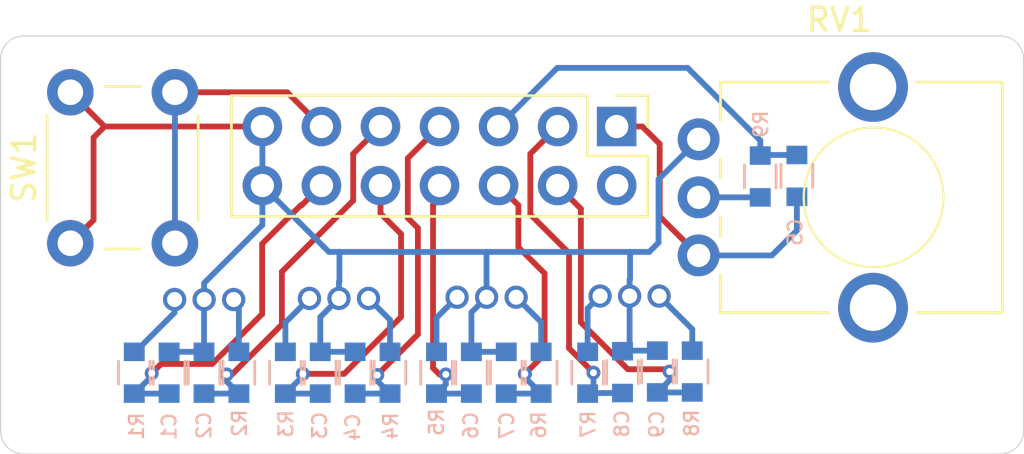
<source format=kicad_pcb>
(kicad_pcb (version 20171130) (host pcbnew "(5.1.2)-2")

  (general
    (thickness 1.6)
    (drawings 8)
    (tracks 155)
    (zones 0)
    (modules 25)
    (nets 23)
  )

  (page A4)
  (layers
    (0 F.Cu signal)
    (31 B.Cu signal)
    (32 B.Adhes user)
    (33 F.Adhes user)
    (34 B.Paste user)
    (35 F.Paste user)
    (36 B.SilkS user)
    (37 F.SilkS user)
    (38 B.Mask user)
    (39 F.Mask user)
    (40 Dwgs.User user)
    (41 Cmts.User user)
    (42 Eco1.User user)
    (43 Eco2.User user)
    (44 Edge.Cuts user)
    (45 Margin user)
    (46 B.CrtYd user hide)
    (47 F.CrtYd user hide)
    (48 B.Fab user hide)
    (49 F.Fab user hide)
  )

  (setup
    (last_trace_width 0.25)
    (user_trace_width 0.2)
    (trace_clearance 0.2)
    (zone_clearance 0.508)
    (zone_45_only no)
    (trace_min 0.2)
    (via_size 0.8)
    (via_drill 0.4)
    (via_min_size 0.6)
    (via_min_drill 0.3)
    (user_via 0.6 0.3)
    (uvia_size 0.3)
    (uvia_drill 0.1)
    (uvias_allowed no)
    (uvia_min_size 0.2)
    (uvia_min_drill 0.1)
    (edge_width 0.05)
    (segment_width 0.2)
    (pcb_text_width 0.3)
    (pcb_text_size 1.5 1.5)
    (mod_edge_width 0.12)
    (mod_text_size 1 1)
    (mod_text_width 0.15)
    (pad_size 1.524 1.524)
    (pad_drill 0.762)
    (pad_to_mask_clearance 0)
    (aux_axis_origin 0 0)
    (visible_elements FFFFEF7F)
    (pcbplotparams
      (layerselection 0x010f0_ffffffff)
      (usegerberextensions false)
      (usegerberattributes false)
      (usegerberadvancedattributes false)
      (creategerberjobfile false)
      (excludeedgelayer true)
      (linewidth 0.100000)
      (plotframeref false)
      (viasonmask false)
      (mode 1)
      (useauxorigin false)
      (hpglpennumber 1)
      (hpglpenspeed 20)
      (hpglpendiameter 15.000000)
      (psnegative false)
      (psa4output false)
      (plotreference false)
      (plotvalue true)
      (plotinvisibletext false)
      (padsonsilk false)
      (subtractmaskfromsilk true)
      (outputformat 1)
      (mirror false)
      (drillshape 0)
      (scaleselection 1)
      (outputdirectory "./Gerbers"))
  )

  (net 0 "")
  (net 1 /A7)
  (net 2 /GND)
  (net 3 /A6)
  (net 4 /A3)
  (net 5 /A5)
  (net 6 /A0)
  (net 7 /3V3)
  (net 8 /A2)
  (net 9 /C15)
  (net 10 /C14)
  (net 11 /A9)
  (net 12 "Net-(J1-Pad1)")
  (net 13 "Net-(J1-Pad3)")
  (net 14 "Net-(J2-Pad1)")
  (net 15 "Net-(J2-Pad3)")
  (net 16 /A10)
  (net 17 /RST)
  (net 18 "Net-(J4-Pad1)")
  (net 19 "Net-(J4-Pad3)")
  (net 20 "Net-(J5-Pad1)")
  (net 21 "Net-(J5-Pad3)")
  (net 22 "Net-(R9-Pad1)")

  (net_class Default "This is the default net class."
    (clearance 0.2)
    (trace_width 0.25)
    (via_dia 0.8)
    (via_drill 0.4)
    (uvia_dia 0.3)
    (uvia_drill 0.1)
    (add_net /3V3)
    (add_net /A0)
    (add_net /A10)
    (add_net /A2)
    (add_net /A3)
    (add_net /A5)
    (add_net /A6)
    (add_net /A7)
    (add_net /A9)
    (add_net /C14)
    (add_net /C15)
    (add_net /GND)
    (add_net /RST)
    (add_net "Net-(J1-Pad1)")
    (add_net "Net-(J1-Pad3)")
    (add_net "Net-(J2-Pad1)")
    (add_net "Net-(J2-Pad3)")
    (add_net "Net-(J4-Pad1)")
    (add_net "Net-(J4-Pad3)")
    (add_net "Net-(J5-Pad1)")
    (add_net "Net-(J5-Pad3)")
    (add_net "Net-(R9-Pad1)")
  )

  (module Pin_Headers:Pin_Header_Straight_1x03_Pitch1.27mm (layer F.Cu) (tedit 5D8694DD) (tstamp 5D8694BB)
    (at 164.325 85.2 270)
    (descr "Through hole straight pin header, 1x03, 1.27mm pitch, single row")
    (tags "Through hole pin header THT 1x03 1.27mm single row")
    (path /5D873A43)
    (fp_text reference J5 (at 0 -1.695 270) (layer F.SilkS) hide
      (effects (font (size 1 1) (thickness 0.15)))
    )
    (fp_text value Controller4 (at 0 4.235 270) (layer F.Fab)
      (effects (font (size 1 1) (thickness 0.15)))
    )
    (fp_line (start -0.525 -0.635) (end 1.05 -0.635) (layer F.Fab) (width 0.1))
    (fp_line (start 1.05 -0.635) (end 1.05 3.175) (layer F.Fab) (width 0.1))
    (fp_line (start 1.05 3.175) (end -1.05 3.175) (layer F.Fab) (width 0.1))
    (fp_line (start -1.05 3.175) (end -1.05 -0.11) (layer F.Fab) (width 0.1))
    (fp_line (start -1.05 -0.11) (end -0.525 -0.635) (layer F.Fab) (width 0.1))
    (fp_line (start -1.55 -1.15) (end -1.55 3.7) (layer F.CrtYd) (width 0.05))
    (fp_line (start -1.55 3.7) (end 1.55 3.7) (layer F.CrtYd) (width 0.05))
    (fp_line (start 1.55 3.7) (end 1.55 -1.15) (layer F.CrtYd) (width 0.05))
    (fp_line (start 1.55 -1.15) (end -1.55 -1.15) (layer F.CrtYd) (width 0.05))
    (fp_text user %R (at 0 1.27) (layer F.Fab)
      (effects (font (size 1 1) (thickness 0.15)))
    )
    (pad 1 thru_hole circle (at 0 0 270) (size 1 1) (drill 0.65) (layers *.Cu *.Mask)
      (net 20 "Net-(J5-Pad1)"))
    (pad 2 thru_hole oval (at 0 1.27 270) (size 1 1) (drill 0.65) (layers *.Cu *.Mask)
      (net 2 /GND))
    (pad 3 thru_hole oval (at 0 2.54 270) (size 1 1) (drill 0.65) (layers *.Cu *.Mask)
      (net 21 "Net-(J5-Pad3)"))
    (model ${KISYS3DMOD}/Pin_Headers.3dshapes/Pin_Header_Straight_1x03_Pitch1.27mm.wrl
      (at (xyz 0 0 0))
      (scale (xyz 1 1 1))
      (rotate (xyz 0 0 0))
    )
  )

  (module Pin_Headers:Pin_Header_Straight_1x03_Pitch1.27mm (layer F.Cu) (tedit 5D8694BD) (tstamp 5D8694B8)
    (at 158.175 85.25 270)
    (descr "Through hole straight pin header, 1x03, 1.27mm pitch, single row")
    (tags "Through hole pin header THT 1x03 1.27mm single row")
    (path /5D87350A)
    (fp_text reference J4 (at 0 -1.695 270) (layer F.SilkS) hide
      (effects (font (size 1 1) (thickness 0.15)))
    )
    (fp_text value Controller3 (at 0 4.235 270) (layer F.Fab)
      (effects (font (size 1 1) (thickness 0.15)))
    )
    (fp_line (start -0.525 -0.635) (end 1.05 -0.635) (layer F.Fab) (width 0.1))
    (fp_line (start 1.05 -0.635) (end 1.05 3.175) (layer F.Fab) (width 0.1))
    (fp_line (start 1.05 3.175) (end -1.05 3.175) (layer F.Fab) (width 0.1))
    (fp_line (start -1.05 3.175) (end -1.05 -0.11) (layer F.Fab) (width 0.1))
    (fp_line (start -1.05 -0.11) (end -0.525 -0.635) (layer F.Fab) (width 0.1))
    (fp_line (start -1.55 -1.15) (end -1.55 3.7) (layer F.CrtYd) (width 0.05))
    (fp_line (start -1.55 3.7) (end 1.55 3.7) (layer F.CrtYd) (width 0.05))
    (fp_line (start 1.55 3.7) (end 1.55 -1.15) (layer F.CrtYd) (width 0.05))
    (fp_line (start 1.55 -1.15) (end -1.55 -1.15) (layer F.CrtYd) (width 0.05))
    (pad 1 thru_hole circle (at 0 0 270) (size 1 1) (drill 0.65) (layers *.Cu *.Mask)
      (net 18 "Net-(J4-Pad1)"))
    (pad 2 thru_hole oval (at 0 1.27 270) (size 1 1) (drill 0.65) (layers *.Cu *.Mask)
      (net 2 /GND))
    (pad 3 thru_hole oval (at 0 2.54 270) (size 1 1) (drill 0.65) (layers *.Cu *.Mask)
      (net 19 "Net-(J4-Pad3)"))
    (model ${KISYS3DMOD}/Pin_Headers.3dshapes/Pin_Header_Straight_1x03_Pitch1.27mm.wrl
      (at (xyz 0 0 0))
      (scale (xyz 1 1 1))
      (rotate (xyz 0 0 0))
    )
  )

  (module Pin_Headers:Pin_Header_Straight_1x03_Pitch1.27mm (layer F.Cu) (tedit 5D8694A0) (tstamp 5D8694B2)
    (at 151.825 85.3 270)
    (descr "Through hole straight pin header, 1x03, 1.27mm pitch, single row")
    (tags "Through hole pin header THT 1x03 1.27mm single row")
    (path /5D872A11)
    (fp_text reference J2 (at 0 -1.695 270) (layer F.SilkS) hide
      (effects (font (size 1 1) (thickness 0.15)))
    )
    (fp_text value Controller2 (at 0 4.235 270) (layer F.Fab)
      (effects (font (size 1 1) (thickness 0.15)))
    )
    (fp_line (start -0.525 -0.635) (end 1.05 -0.635) (layer F.Fab) (width 0.1))
    (fp_line (start 1.05 -0.635) (end 1.05 3.175) (layer F.Fab) (width 0.1))
    (fp_line (start 1.05 3.175) (end -1.05 3.175) (layer F.Fab) (width 0.1))
    (fp_line (start -1.05 3.175) (end -1.05 -0.11) (layer F.Fab) (width 0.1))
    (fp_line (start -1.05 -0.11) (end -0.525 -0.635) (layer F.Fab) (width 0.1))
    (fp_line (start -1.55 -1.15) (end -1.55 3.7) (layer F.CrtYd) (width 0.05))
    (fp_line (start -1.55 3.7) (end 1.55 3.7) (layer F.CrtYd) (width 0.05))
    (fp_line (start 1.55 3.7) (end 1.55 -1.15) (layer F.CrtYd) (width 0.05))
    (fp_line (start 1.55 -1.15) (end -1.55 -1.15) (layer F.CrtYd) (width 0.05))
    (fp_text user %R (at 0 1.27) (layer F.Fab)
      (effects (font (size 1 1) (thickness 0.15)))
    )
    (pad 1 thru_hole circle (at 0 0 270) (size 1 1) (drill 0.65) (layers *.Cu *.Mask)
      (net 14 "Net-(J2-Pad1)"))
    (pad 2 thru_hole oval (at 0 1.27 270) (size 1 1) (drill 0.65) (layers *.Cu *.Mask)
      (net 2 /GND))
    (pad 3 thru_hole oval (at 0 2.54 270) (size 1 1) (drill 0.65) (layers *.Cu *.Mask)
      (net 15 "Net-(J2-Pad3)"))
    (model ${KISYS3DMOD}/Pin_Headers.3dshapes/Pin_Header_Straight_1x03_Pitch1.27mm.wrl
      (at (xyz 0 0 0))
      (scale (xyz 1 1 1))
      (rotate (xyz 0 0 0))
    )
  )

  (module Pin_Headers:Pin_Header_Straight_1x03_Pitch1.27mm (layer F.Cu) (tedit 5D869480) (tstamp 5D8694AF)
    (at 146.025 85.35 270)
    (descr "Through hole straight pin header, 1x03, 1.27mm pitch, single row")
    (tags "Through hole pin header THT 1x03 1.27mm single row")
    (path /5D870D75)
    (fp_text reference J1 (at 0 -1.695 270) (layer F.SilkS) hide
      (effects (font (size 1 1) (thickness 0.15)))
    )
    (fp_text value Controller1 (at 0 4.235 270) (layer F.Fab)
      (effects (font (size 1 1) (thickness 0.15)))
    )
    (fp_line (start -0.525 -0.635) (end 1.05 -0.635) (layer F.Fab) (width 0.1))
    (fp_line (start 1.05 -0.635) (end 1.05 3.175) (layer F.Fab) (width 0.1))
    (fp_line (start 1.05 3.175) (end -1.05 3.175) (layer F.Fab) (width 0.1))
    (fp_line (start -1.05 3.175) (end -1.05 -0.11) (layer F.Fab) (width 0.1))
    (fp_line (start -1.05 -0.11) (end -0.525 -0.635) (layer F.Fab) (width 0.1))
    (fp_line (start -1.55 -1.15) (end -1.55 3.7) (layer F.CrtYd) (width 0.05))
    (fp_line (start -1.55 3.7) (end 1.55 3.7) (layer F.CrtYd) (width 0.05))
    (fp_line (start 1.55 3.7) (end 1.55 -1.15) (layer F.CrtYd) (width 0.05))
    (fp_line (start 1.55 -1.15) (end -1.55 -1.15) (layer F.CrtYd) (width 0.05))
    (fp_text user %R (at 0 1.27) (layer F.Fab)
      (effects (font (size 1 1) (thickness 0.15)))
    )
    (pad 1 thru_hole circle (at 0 0 270) (size 1 1) (drill 0.65) (layers *.Cu *.Mask)
      (net 12 "Net-(J1-Pad1)"))
    (pad 2 thru_hole oval (at 0 1.27 270) (size 1 1) (drill 0.65) (layers *.Cu *.Mask)
      (net 2 /GND))
    (pad 3 thru_hole oval (at 0 2.54 270) (size 1 1) (drill 0.65) (layers *.Cu *.Mask)
      (net 13 "Net-(J1-Pad3)"))
    (model ${KISYS3DMOD}/Pin_Headers.3dshapes/Pin_Header_Straight_1x03_Pitch1.27mm.wrl
      (at (xyz 0 0 0))
      (scale (xyz 1 1 1))
      (rotate (xyz 0 0 0))
    )
  )

  (module UserLibrary:R_0603_HandSoldering2 (layer B.Cu) (tedit 5A749E12) (tstamp 5D86A072)
    (at 168.675 80.05 90)
    (descr "Resistor SMD 0603, hand soldering")
    (tags "resistor 0603")
    (path /5D8A0057)
    (attr smd)
    (fp_text reference R9 (at 2.25 0.025 270) (layer B.SilkS)
      (effects (font (size 0.6 0.6) (thickness 0.1)) (justify mirror))
    )
    (fp_text value 1K (at 0 -1.55 270) (layer B.Fab) hide
      (effects (font (size 1 1) (thickness 0.15)) (justify mirror))
    )
    (fp_line (start 1.55 -0.7) (end -1.55 -0.7) (layer B.CrtYd) (width 0.05))
    (fp_line (start 1.55 -0.7) (end 1.55 0.7) (layer B.CrtYd) (width 0.05))
    (fp_line (start -1.56 0.7) (end -1.56 -0.7) (layer B.CrtYd) (width 0.05))
    (fp_line (start -1.55 0.7) (end 1.55 0.7) (layer B.CrtYd) (width 0.05))
    (fp_line (start -0.5 0.68) (end 0.5 0.68) (layer B.SilkS) (width 0.12))
    (fp_line (start 0.5 -0.68) (end -0.5 -0.68) (layer B.SilkS) (width 0.12))
    (fp_line (start -0.8 0.4) (end 0.8 0.4) (layer B.Fab) (width 0.1))
    (fp_line (start 0.8 0.4) (end 0.8 -0.4) (layer B.Fab) (width 0.1))
    (fp_line (start 0.8 -0.4) (end -0.8 -0.4) (layer B.Fab) (width 0.1))
    (fp_line (start -0.8 -0.4) (end -0.8 0.4) (layer B.Fab) (width 0.1))
    (fp_text user %R (at 0 0 270) (layer B.Fab)
      (effects (font (size 0.4 0.4) (thickness 0.075)) (justify mirror))
    )
    (pad 2 smd rect (at 0.9 0 90) (size 0.8 0.9) (layers B.Cu B.Paste B.Mask)
      (net 6 /A0))
    (pad 1 smd rect (at -0.9 0 90) (size 0.8 0.9) (layers B.Cu B.Paste B.Mask)
      (net 22 "Net-(R9-Pad1)"))
    (model ${KISYS3DMOD}/Resistors_SMD.3dshapes/R_0603.wrl
      (at (xyz 0 0 0))
      (scale (xyz 1 1 1))
      (rotate (xyz 0 0 0))
    )
  )

  (module Buttons_Switches_THT:SW_PUSH_6mm (layer F.Cu) (tedit 5923F252) (tstamp 5D869562)
    (at 139 82.925 90)
    (descr https://www.omron.com/ecb/products/pdf/en-b3f.pdf)
    (tags "tact sw push 6mm")
    (path /5D8766F2)
    (fp_text reference SW1 (at 3.25 -2 90) (layer F.SilkS)
      (effects (font (size 1 1) (thickness 0.15)))
    )
    (fp_text value Reset (at 3.75 6.7 90) (layer F.Fab)
      (effects (font (size 1 1) (thickness 0.15)))
    )
    (fp_text user %R (at 3.25 2.25 90) (layer F.Fab)
      (effects (font (size 1 1) (thickness 0.15)))
    )
    (fp_line (start 3.25 -0.75) (end 6.25 -0.75) (layer F.Fab) (width 0.1))
    (fp_line (start 6.25 -0.75) (end 6.25 5.25) (layer F.Fab) (width 0.1))
    (fp_line (start 6.25 5.25) (end 0.25 5.25) (layer F.Fab) (width 0.1))
    (fp_line (start 0.25 5.25) (end 0.25 -0.75) (layer F.Fab) (width 0.1))
    (fp_line (start 0.25 -0.75) (end 3.25 -0.75) (layer F.Fab) (width 0.1))
    (fp_line (start 7.75 6) (end 8 6) (layer F.CrtYd) (width 0.05))
    (fp_line (start 8 6) (end 8 5.75) (layer F.CrtYd) (width 0.05))
    (fp_line (start 7.75 -1.5) (end 8 -1.5) (layer F.CrtYd) (width 0.05))
    (fp_line (start 8 -1.5) (end 8 -1.25) (layer F.CrtYd) (width 0.05))
    (fp_line (start -1.5 -1.25) (end -1.5 -1.5) (layer F.CrtYd) (width 0.05))
    (fp_line (start -1.5 -1.5) (end -1.25 -1.5) (layer F.CrtYd) (width 0.05))
    (fp_line (start -1.5 5.75) (end -1.5 6) (layer F.CrtYd) (width 0.05))
    (fp_line (start -1.5 6) (end -1.25 6) (layer F.CrtYd) (width 0.05))
    (fp_line (start -1.25 -1.5) (end 7.75 -1.5) (layer F.CrtYd) (width 0.05))
    (fp_line (start -1.5 5.75) (end -1.5 -1.25) (layer F.CrtYd) (width 0.05))
    (fp_line (start 7.75 6) (end -1.25 6) (layer F.CrtYd) (width 0.05))
    (fp_line (start 8 -1.25) (end 8 5.75) (layer F.CrtYd) (width 0.05))
    (fp_line (start 1 5.5) (end 5.5 5.5) (layer F.SilkS) (width 0.12))
    (fp_line (start -0.25 1.5) (end -0.25 3) (layer F.SilkS) (width 0.12))
    (fp_line (start 5.5 -1) (end 1 -1) (layer F.SilkS) (width 0.12))
    (fp_line (start 6.75 3) (end 6.75 1.5) (layer F.SilkS) (width 0.12))
    (fp_circle (center 3.25 2.25) (end 1.25 2.5) (layer F.Fab) (width 0.1))
    (pad 2 thru_hole circle (at 0 4.5 180) (size 2 2) (drill 1.1) (layers *.Cu *.Mask)
      (net 17 /RST))
    (pad 1 thru_hole circle (at 0 0 180) (size 2 2) (drill 1.1) (layers *.Cu *.Mask)
      (net 2 /GND))
    (pad 2 thru_hole circle (at 6.5 4.5 180) (size 2 2) (drill 1.1) (layers *.Cu *.Mask)
      (net 17 /RST))
    (pad 1 thru_hole circle (at 6.5 0 180) (size 2 2) (drill 1.1) (layers *.Cu *.Mask)
      (net 2 /GND))
    (model ${KISYS3DMOD}/Buttons_Switches_THT.3dshapes/SW_PUSH_6mm.wrl
      (offset (xyz 0.1269999980926514 0 0))
      (scale (xyz 0.3937 0.3937 0.3937))
      (rotate (xyz 0 0 0))
    )
  )

  (module UserLibrary:Potentiometer_RV09_Vertical (layer F.Cu) (tedit 5D86921C) (tstamp 5D86955F)
    (at 173.525 80.95)
    (descr "Potentiometer, horizontally mounted, Omeg PC16PU, Omeg PC16PU, Omeg PC16PU, Vishay/Spectrol 248GJ/249GJ Single, Vishay/Spectrol 248GJ/249GJ Single, Vishay/Spectrol 248GJ/249GJ Single, Vishay/Spectrol 248GH/249GH Single, Vishay/Spectrol 148/149 Single, Vishay/Spectrol 148/149 Single, Vishay/Spectrol 148/149 Single, Vishay/Spectrol 148A/149A Single with mounting plates, Vishay/Spectrol 148/149 Double, Vishay/Spectrol 148A/149A Double with mounting plates, Piher PC-16 Single, Piher PC-16 Single, Piher PC-16 Single, Piher PC-16SV Single, Piher PC-16 Double, Piher PC-16 Triple, Piher T16H Single, Piher T16L Single, Piher T16H Double, Alps RK163 Single, Alps RK163 Double, Alps RK097 Single, Alps RK097 Double, Bourns PTV09A-2 Single with mounting sleve Single, Bourns PTV09A-1 with mounting sleve Single, Bourns PRS11S Single, Alps RK09K Single with mounting sleve Single, Alps RK09K with mounting sleve Single, http://www.alps.com/prod/info/E/HTML/Potentiometer/RotaryPotentiometers/RK09K/RK09D1130C1B.html")
    (tags "Potentiometer horizontal  Omeg PC16PU  Omeg PC16PU  Omeg PC16PU  Vishay/Spectrol 248GJ/249GJ Single  Vishay/Spectrol 248GJ/249GJ Single  Vishay/Spectrol 248GJ/249GJ Single  Vishay/Spectrol 248GH/249GH Single  Vishay/Spectrol 148/149 Single  Vishay/Spectrol 148/149 Single  Vishay/Spectrol 148/149 Single  Vishay/Spectrol 148A/149A Single with mounting plates  Vishay/Spectrol 148/149 Double  Vishay/Spectrol 148A/149A Double with mounting plates  Piher PC-16 Single  Piher PC-16 Single  Piher PC-16 Single  Piher PC-16SV Single  Piher PC-16 Double  Piher PC-16 Triple  Piher T16H Single  Piher T16L Single  Piher T16H Double  Alps RK163 Single  Alps RK163 Double  Alps RK097 Single  Alps RK097 Double  Bourns PTV09A-2 Single with mounting sleve Single  Bourns PTV09A-1 with mounting sleve Single  Bourns PRS11S Single  Alps RK09K Single with mounting sleve Single  Alps RK09K with mounting sleve Single")
    (path /5D878130)
    (fp_text reference RV1 (at -1.45 -7.65) (layer F.SilkS)
      (effects (font (size 1 1) (thickness 0.15)))
    )
    (fp_text value POT (at -1.45 7.65) (layer F.Fab)
      (effects (font (size 1 1) (thickness 0.15)))
    )
    (fp_circle (center 0.025 0) (end 2.45 1.775) (layer F.SilkS) (width 0.1))
    (fp_line (start 5.75 -6.65) (end -8.65 -6.65) (layer F.CrtYd) (width 0.05))
    (fp_line (start 5.75 6.65) (end 5.75 -6.65) (layer F.CrtYd) (width 0.05))
    (fp_line (start -8.65 6.65) (end 5.75 6.65) (layer F.CrtYd) (width 0.05))
    (fp_line (start -8.65 -6.65) (end -8.65 6.65) (layer F.CrtYd) (width 0.05))
    (fp_line (start 5.56 -4.961) (end 5.56 4.96) (layer F.SilkS) (width 0.12))
    (fp_line (start -6.56 3.325) (end -6.56 4.96) (layer F.SilkS) (width 0.12))
    (fp_line (start -6.56 0.825) (end -6.56 1.675) (layer F.SilkS) (width 0.12))
    (fp_line (start -6.56 -1.675) (end -6.56 -0.825) (layer F.SilkS) (width 0.12))
    (fp_line (start -6.56 -4.961) (end -6.56 -3.325) (layer F.SilkS) (width 0.12))
    (fp_line (start 1.875 4.96) (end 5.56 4.96) (layer F.SilkS) (width 0.12))
    (fp_line (start -6.56 4.96) (end -1.9 4.96) (layer F.SilkS) (width 0.12))
    (fp_line (start 1.85 -4.961) (end 5.56 -4.961) (layer F.SilkS) (width 0.12))
    (fp_line (start -6.56 -4.961) (end -1.9 -4.961) (layer F.SilkS) (width 0.12))
    (fp_line (start 5.5 -4.9) (end -6.5 -4.9) (layer F.Fab) (width 0.1))
    (fp_line (start 5.5 4.9) (end 5.5 -4.9) (layer F.Fab) (width 0.1))
    (fp_line (start -6.5 4.9) (end 5.5 4.9) (layer F.Fab) (width 0.1))
    (fp_line (start -6.5 -4.9) (end -6.5 4.9) (layer F.Fab) (width 0.1))
    (fp_circle (center 0 0) (end 3.175 -0.05) (layer F.Fab) (width 0.1))
    (pad "" thru_hole circle (at 0 4.75) (size 3 3) (drill 2) (layers *.Cu *.Mask))
    (pad "" thru_hole circle (at 0 -4.75) (size 3 3) (drill 2) (layers *.Cu *.Mask))
    (pad 1 thru_hole circle (at -7.5 2.5) (size 1.8 1.8) (drill 1) (layers *.Cu *.Mask)
      (net 7 /3V3))
    (pad 2 thru_hole circle (at -7.5 0) (size 1.8 1.8) (drill 1) (layers *.Cu *.Mask)
      (net 22 "Net-(R9-Pad1)"))
    (pad 3 thru_hole circle (at -7.5 -2.5) (size 1.8 1.8) (drill 1) (layers *.Cu *.Mask)
      (net 2 /GND))
    (model Potentiometers.3dshapes/Potentiometer_Alps_RK09K_Horizontal.wrl
      (at (xyz 0 0 0))
      (scale (xyz 0.393701 0.393701 0.393701))
      (rotate (xyz 0 0 0))
    )
  )

  (module UserLibrary:R_0603_HandSoldering2 (layer B.Cu) (tedit 5A749E12) (tstamp 5D869543)
    (at 165.75 88.45 90)
    (descr "Resistor SMD 0603, hand soldering")
    (tags "resistor 0603")
    (path /5D893101)
    (attr smd)
    (fp_text reference R8 (at -2.225 -0.025 270) (layer B.SilkS)
      (effects (font (size 0.6 0.6) (thickness 0.1)) (justify mirror))
    )
    (fp_text value 1K (at 0 -1.55 270) (layer B.Fab) hide
      (effects (font (size 1 1) (thickness 0.15)) (justify mirror))
    )
    (fp_line (start 1.55 -0.7) (end -1.55 -0.7) (layer B.CrtYd) (width 0.05))
    (fp_line (start 1.55 -0.7) (end 1.55 0.7) (layer B.CrtYd) (width 0.05))
    (fp_line (start -1.56 0.7) (end -1.56 -0.7) (layer B.CrtYd) (width 0.05))
    (fp_line (start -1.55 0.7) (end 1.55 0.7) (layer B.CrtYd) (width 0.05))
    (fp_line (start -0.5 0.68) (end 0.5 0.68) (layer B.SilkS) (width 0.12))
    (fp_line (start 0.5 -0.68) (end -0.5 -0.68) (layer B.SilkS) (width 0.12))
    (fp_line (start -0.8 0.4) (end 0.8 0.4) (layer B.Fab) (width 0.1))
    (fp_line (start 0.8 0.4) (end 0.8 -0.4) (layer B.Fab) (width 0.1))
    (fp_line (start 0.8 -0.4) (end -0.8 -0.4) (layer B.Fab) (width 0.1))
    (fp_line (start -0.8 -0.4) (end -0.8 0.4) (layer B.Fab) (width 0.1))
    (fp_text user %R (at 0 0 270) (layer B.Fab)
      (effects (font (size 0.4 0.4) (thickness 0.075)) (justify mirror))
    )
    (pad 2 smd rect (at 0.9 0 90) (size 0.8 0.9) (layers B.Cu B.Paste B.Mask)
      (net 20 "Net-(J5-Pad1)"))
    (pad 1 smd rect (at -0.9 0 90) (size 0.8 0.9) (layers B.Cu B.Paste B.Mask)
      (net 11 /A9))
    (model ${KISYS3DMOD}/Resistors_SMD.3dshapes/R_0603.wrl
      (at (xyz 0 0 0))
      (scale (xyz 1 1 1))
      (rotate (xyz 0 0 0))
    )
  )

  (module UserLibrary:R_0603_HandSoldering2 (layer B.Cu) (tedit 5A749E12) (tstamp 5D869532)
    (at 161.25 88.5 270)
    (descr "Resistor SMD 0603, hand soldering")
    (tags "resistor 0603")
    (path /5D8930EC)
    (attr smd)
    (fp_text reference R7 (at 2.225 -0.025 270) (layer B.SilkS)
      (effects (font (size 0.6 0.6) (thickness 0.1)) (justify mirror))
    )
    (fp_text value 1K (at 0 -1.55 270) (layer B.Fab) hide
      (effects (font (size 1 1) (thickness 0.15)) (justify mirror))
    )
    (fp_line (start 1.55 -0.7) (end -1.55 -0.7) (layer B.CrtYd) (width 0.05))
    (fp_line (start 1.55 -0.7) (end 1.55 0.7) (layer B.CrtYd) (width 0.05))
    (fp_line (start -1.56 0.7) (end -1.56 -0.7) (layer B.CrtYd) (width 0.05))
    (fp_line (start -1.55 0.7) (end 1.55 0.7) (layer B.CrtYd) (width 0.05))
    (fp_line (start -0.5 0.68) (end 0.5 0.68) (layer B.SilkS) (width 0.12))
    (fp_line (start 0.5 -0.68) (end -0.5 -0.68) (layer B.SilkS) (width 0.12))
    (fp_line (start -0.8 0.4) (end 0.8 0.4) (layer B.Fab) (width 0.1))
    (fp_line (start 0.8 0.4) (end 0.8 -0.4) (layer B.Fab) (width 0.1))
    (fp_line (start 0.8 -0.4) (end -0.8 -0.4) (layer B.Fab) (width 0.1))
    (fp_line (start -0.8 -0.4) (end -0.8 0.4) (layer B.Fab) (width 0.1))
    (fp_text user %R (at 0 0 270) (layer B.Fab)
      (effects (font (size 0.4 0.4) (thickness 0.075)) (justify mirror))
    )
    (pad 2 smd rect (at 0.9 0 270) (size 0.8 0.9) (layers B.Cu B.Paste B.Mask)
      (net 10 /C14))
    (pad 1 smd rect (at -0.9 0 270) (size 0.8 0.9) (layers B.Cu B.Paste B.Mask)
      (net 21 "Net-(J5-Pad3)"))
    (model ${KISYS3DMOD}/Resistors_SMD.3dshapes/R_0603.wrl
      (at (xyz 0 0 0))
      (scale (xyz 1 1 1))
      (rotate (xyz 0 0 0))
    )
  )

  (module UserLibrary:R_0603_HandSoldering2 (layer B.Cu) (tedit 5A749E12) (tstamp 5D869521)
    (at 159.25 88.5 90)
    (descr "Resistor SMD 0603, hand soldering")
    (tags "resistor 0603")
    (path /5D890E87)
    (attr smd)
    (fp_text reference R6 (at -2.25 -0.1 270) (layer B.SilkS)
      (effects (font (size 0.6 0.6) (thickness 0.1)) (justify mirror))
    )
    (fp_text value 1K (at 0 -1.55 270) (layer B.Fab) hide
      (effects (font (size 1 1) (thickness 0.15)) (justify mirror))
    )
    (fp_line (start 1.55 -0.7) (end -1.55 -0.7) (layer B.CrtYd) (width 0.05))
    (fp_line (start 1.55 -0.7) (end 1.55 0.7) (layer B.CrtYd) (width 0.05))
    (fp_line (start -1.56 0.7) (end -1.56 -0.7) (layer B.CrtYd) (width 0.05))
    (fp_line (start -1.55 0.7) (end 1.55 0.7) (layer B.CrtYd) (width 0.05))
    (fp_line (start -0.5 0.68) (end 0.5 0.68) (layer B.SilkS) (width 0.12))
    (fp_line (start 0.5 -0.68) (end -0.5 -0.68) (layer B.SilkS) (width 0.12))
    (fp_line (start -0.8 0.4) (end 0.8 0.4) (layer B.Fab) (width 0.1))
    (fp_line (start 0.8 0.4) (end 0.8 -0.4) (layer B.Fab) (width 0.1))
    (fp_line (start 0.8 -0.4) (end -0.8 -0.4) (layer B.Fab) (width 0.1))
    (fp_line (start -0.8 -0.4) (end -0.8 0.4) (layer B.Fab) (width 0.1))
    (fp_text user %R (at 0 0 270) (layer B.Fab)
      (effects (font (size 0.4 0.4) (thickness 0.075)) (justify mirror))
    )
    (pad 2 smd rect (at 0.9 0 90) (size 0.8 0.9) (layers B.Cu B.Paste B.Mask)
      (net 18 "Net-(J4-Pad1)"))
    (pad 1 smd rect (at -0.9 0 90) (size 0.8 0.9) (layers B.Cu B.Paste B.Mask)
      (net 9 /C15))
    (model ${KISYS3DMOD}/Resistors_SMD.3dshapes/R_0603.wrl
      (at (xyz 0 0 0))
      (scale (xyz 1 1 1))
      (rotate (xyz 0 0 0))
    )
  )

  (module UserLibrary:R_0603_HandSoldering2 (layer B.Cu) (tedit 5A749E12) (tstamp 5D869510)
    (at 154.75 88.5 270)
    (descr "Resistor SMD 0603, hand soldering")
    (tags "resistor 0603")
    (path /5D890E72)
    (attr smd)
    (fp_text reference R5 (at 2.125 0 270) (layer B.SilkS)
      (effects (font (size 0.6 0.6) (thickness 0.1)) (justify mirror))
    )
    (fp_text value 1K (at 0 -1.55 270) (layer B.Fab) hide
      (effects (font (size 1 1) (thickness 0.15)) (justify mirror))
    )
    (fp_line (start 1.55 -0.7) (end -1.55 -0.7) (layer B.CrtYd) (width 0.05))
    (fp_line (start 1.55 -0.7) (end 1.55 0.7) (layer B.CrtYd) (width 0.05))
    (fp_line (start -1.56 0.7) (end -1.56 -0.7) (layer B.CrtYd) (width 0.05))
    (fp_line (start -1.55 0.7) (end 1.55 0.7) (layer B.CrtYd) (width 0.05))
    (fp_line (start -0.5 0.68) (end 0.5 0.68) (layer B.SilkS) (width 0.12))
    (fp_line (start 0.5 -0.68) (end -0.5 -0.68) (layer B.SilkS) (width 0.12))
    (fp_line (start -0.8 0.4) (end 0.8 0.4) (layer B.Fab) (width 0.1))
    (fp_line (start 0.8 0.4) (end 0.8 -0.4) (layer B.Fab) (width 0.1))
    (fp_line (start 0.8 -0.4) (end -0.8 -0.4) (layer B.Fab) (width 0.1))
    (fp_line (start -0.8 -0.4) (end -0.8 0.4) (layer B.Fab) (width 0.1))
    (fp_text user %R (at 0 0 270) (layer B.Fab)
      (effects (font (size 0.4 0.4) (thickness 0.075)) (justify mirror))
    )
    (pad 2 smd rect (at 0.9 0 270) (size 0.8 0.9) (layers B.Cu B.Paste B.Mask)
      (net 8 /A2))
    (pad 1 smd rect (at -0.9 0 270) (size 0.8 0.9) (layers B.Cu B.Paste B.Mask)
      (net 19 "Net-(J4-Pad3)"))
    (model ${KISYS3DMOD}/Resistors_SMD.3dshapes/R_0603.wrl
      (at (xyz 0 0 0))
      (scale (xyz 1 1 1))
      (rotate (xyz 0 0 0))
    )
  )

  (module UserLibrary:R_0603_HandSoldering2 (layer B.Cu) (tedit 5A749E12) (tstamp 5D8694FF)
    (at 152.75 88.5 90)
    (descr "Resistor SMD 0603, hand soldering")
    (tags "resistor 0603")
    (path /5D88BE66)
    (attr smd)
    (fp_text reference R4 (at -2.3 0.025 270) (layer B.SilkS)
      (effects (font (size 0.6 0.6) (thickness 0.1)) (justify mirror))
    )
    (fp_text value 1K (at 0 -1.55 270) (layer B.Fab) hide
      (effects (font (size 1 1) (thickness 0.15)) (justify mirror))
    )
    (fp_line (start 1.55 -0.7) (end -1.55 -0.7) (layer B.CrtYd) (width 0.05))
    (fp_line (start 1.55 -0.7) (end 1.55 0.7) (layer B.CrtYd) (width 0.05))
    (fp_line (start -1.56 0.7) (end -1.56 -0.7) (layer B.CrtYd) (width 0.05))
    (fp_line (start -1.55 0.7) (end 1.55 0.7) (layer B.CrtYd) (width 0.05))
    (fp_line (start -0.5 0.68) (end 0.5 0.68) (layer B.SilkS) (width 0.12))
    (fp_line (start 0.5 -0.68) (end -0.5 -0.68) (layer B.SilkS) (width 0.12))
    (fp_line (start -0.8 0.4) (end 0.8 0.4) (layer B.Fab) (width 0.1))
    (fp_line (start 0.8 0.4) (end 0.8 -0.4) (layer B.Fab) (width 0.1))
    (fp_line (start 0.8 -0.4) (end -0.8 -0.4) (layer B.Fab) (width 0.1))
    (fp_line (start -0.8 -0.4) (end -0.8 0.4) (layer B.Fab) (width 0.1))
    (fp_text user %R (at 0 0 270) (layer B.Fab)
      (effects (font (size 0.4 0.4) (thickness 0.075)) (justify mirror))
    )
    (pad 2 smd rect (at 0.9 0 90) (size 0.8 0.9) (layers B.Cu B.Paste B.Mask)
      (net 14 "Net-(J2-Pad1)"))
    (pad 1 smd rect (at -0.9 0 90) (size 0.8 0.9) (layers B.Cu B.Paste B.Mask)
      (net 4 /A3))
    (model ${KISYS3DMOD}/Resistors_SMD.3dshapes/R_0603.wrl
      (at (xyz 0 0 0))
      (scale (xyz 1 1 1))
      (rotate (xyz 0 0 0))
    )
  )

  (module UserLibrary:R_0603_HandSoldering2 (layer B.Cu) (tedit 5A749E12) (tstamp 5D8694EE)
    (at 148.25 88.5 270)
    (descr "Resistor SMD 0603, hand soldering")
    (tags "resistor 0603")
    (path /5D88BE51)
    (attr smd)
    (fp_text reference R3 (at 2.2 -0.025 270) (layer B.SilkS)
      (effects (font (size 0.6 0.6) (thickness 0.1)) (justify mirror))
    )
    (fp_text value 1K (at 0 -1.55 270) (layer B.Fab) hide
      (effects (font (size 1 1) (thickness 0.15)) (justify mirror))
    )
    (fp_line (start 1.55 -0.7) (end -1.55 -0.7) (layer B.CrtYd) (width 0.05))
    (fp_line (start 1.55 -0.7) (end 1.55 0.7) (layer B.CrtYd) (width 0.05))
    (fp_line (start -1.56 0.7) (end -1.56 -0.7) (layer B.CrtYd) (width 0.05))
    (fp_line (start -1.55 0.7) (end 1.55 0.7) (layer B.CrtYd) (width 0.05))
    (fp_line (start -0.5 0.68) (end 0.5 0.68) (layer B.SilkS) (width 0.12))
    (fp_line (start 0.5 -0.68) (end -0.5 -0.68) (layer B.SilkS) (width 0.12))
    (fp_line (start -0.8 0.4) (end 0.8 0.4) (layer B.Fab) (width 0.1))
    (fp_line (start 0.8 0.4) (end 0.8 -0.4) (layer B.Fab) (width 0.1))
    (fp_line (start 0.8 -0.4) (end -0.8 -0.4) (layer B.Fab) (width 0.1))
    (fp_line (start -0.8 -0.4) (end -0.8 0.4) (layer B.Fab) (width 0.1))
    (fp_text user %R (at 0 0 270) (layer B.Fab)
      (effects (font (size 0.4 0.4) (thickness 0.075)) (justify mirror))
    )
    (pad 2 smd rect (at 0.9 0 270) (size 0.8 0.9) (layers B.Cu B.Paste B.Mask)
      (net 5 /A5))
    (pad 1 smd rect (at -0.9 0 270) (size 0.8 0.9) (layers B.Cu B.Paste B.Mask)
      (net 15 "Net-(J2-Pad3)"))
    (model ${KISYS3DMOD}/Resistors_SMD.3dshapes/R_0603.wrl
      (at (xyz 0 0 0))
      (scale (xyz 1 1 1))
      (rotate (xyz 0 0 0))
    )
  )

  (module UserLibrary:R_0603_HandSoldering2 (layer B.Cu) (tedit 5A749E12) (tstamp 5D8694DD)
    (at 146.25 88.5 90)
    (descr "Resistor SMD 0603, hand soldering")
    (tags "resistor 0603")
    (path /5D87EE5A)
    (attr smd)
    (fp_text reference R2 (at -2.175 0.025 270) (layer B.SilkS)
      (effects (font (size 0.6 0.6) (thickness 0.1)) (justify mirror))
    )
    (fp_text value 1K (at 0 -1.55 270) (layer B.Fab) hide
      (effects (font (size 1 1) (thickness 0.15)) (justify mirror))
    )
    (fp_line (start 1.55 -0.7) (end -1.55 -0.7) (layer B.CrtYd) (width 0.05))
    (fp_line (start 1.55 -0.7) (end 1.55 0.7) (layer B.CrtYd) (width 0.05))
    (fp_line (start -1.56 0.7) (end -1.56 -0.7) (layer B.CrtYd) (width 0.05))
    (fp_line (start -1.55 0.7) (end 1.55 0.7) (layer B.CrtYd) (width 0.05))
    (fp_line (start -0.5 0.68) (end 0.5 0.68) (layer B.SilkS) (width 0.12))
    (fp_line (start 0.5 -0.68) (end -0.5 -0.68) (layer B.SilkS) (width 0.12))
    (fp_line (start -0.8 0.4) (end 0.8 0.4) (layer B.Fab) (width 0.1))
    (fp_line (start 0.8 0.4) (end 0.8 -0.4) (layer B.Fab) (width 0.1))
    (fp_line (start 0.8 -0.4) (end -0.8 -0.4) (layer B.Fab) (width 0.1))
    (fp_line (start -0.8 -0.4) (end -0.8 0.4) (layer B.Fab) (width 0.1))
    (fp_text user %R (at 0 0 270) (layer B.Fab)
      (effects (font (size 0.4 0.4) (thickness 0.075)) (justify mirror))
    )
    (pad 2 smd rect (at 0.9 0 90) (size 0.8 0.9) (layers B.Cu B.Paste B.Mask)
      (net 12 "Net-(J1-Pad1)"))
    (pad 1 smd rect (at -0.9 0 90) (size 0.8 0.9) (layers B.Cu B.Paste B.Mask)
      (net 3 /A6))
    (model ${KISYS3DMOD}/Resistors_SMD.3dshapes/R_0603.wrl
      (at (xyz 0 0 0))
      (scale (xyz 1 1 1))
      (rotate (xyz 0 0 0))
    )
  )

  (module UserLibrary:R_0603_HandSoldering2 (layer B.Cu) (tedit 5A749E12) (tstamp 5D8694CC)
    (at 141.75 88.5 270)
    (descr "Resistor SMD 0603, hand soldering")
    (tags "resistor 0603")
    (path /5D87BFA0)
    (attr smd)
    (fp_text reference R1 (at 2.3 -0.1 270) (layer B.SilkS)
      (effects (font (size 0.6 0.6) (thickness 0.1)) (justify mirror))
    )
    (fp_text value 1K (at 0 -1.55 270) (layer B.Fab) hide
      (effects (font (size 1 1) (thickness 0.15)) (justify mirror))
    )
    (fp_line (start 1.55 -0.7) (end -1.55 -0.7) (layer B.CrtYd) (width 0.05))
    (fp_line (start 1.55 -0.7) (end 1.55 0.7) (layer B.CrtYd) (width 0.05))
    (fp_line (start -1.56 0.7) (end -1.56 -0.7) (layer B.CrtYd) (width 0.05))
    (fp_line (start -1.55 0.7) (end 1.55 0.7) (layer B.CrtYd) (width 0.05))
    (fp_line (start -0.5 0.68) (end 0.5 0.68) (layer B.SilkS) (width 0.12))
    (fp_line (start 0.5 -0.68) (end -0.5 -0.68) (layer B.SilkS) (width 0.12))
    (fp_line (start -0.8 0.4) (end 0.8 0.4) (layer B.Fab) (width 0.1))
    (fp_line (start 0.8 0.4) (end 0.8 -0.4) (layer B.Fab) (width 0.1))
    (fp_line (start 0.8 -0.4) (end -0.8 -0.4) (layer B.Fab) (width 0.1))
    (fp_line (start -0.8 -0.4) (end -0.8 0.4) (layer B.Fab) (width 0.1))
    (fp_text user %R (at 0 0 270) (layer B.Fab)
      (effects (font (size 0.4 0.4) (thickness 0.075)) (justify mirror))
    )
    (pad 2 smd rect (at 0.9 0 270) (size 0.8 0.9) (layers B.Cu B.Paste B.Mask)
      (net 1 /A7))
    (pad 1 smd rect (at -0.9 0 270) (size 0.8 0.9) (layers B.Cu B.Paste B.Mask)
      (net 13 "Net-(J1-Pad3)"))
    (model ${KISYS3DMOD}/Resistors_SMD.3dshapes/R_0603.wrl
      (at (xyz 0 0 0))
      (scale (xyz 1 1 1))
      (rotate (xyz 0 0 0))
    )
  )

  (module Pin_Headers:Pin_Header_Straight_2x07_Pitch2.54mm (layer F.Cu) (tedit 59650532) (tstamp 5D8694B5)
    (at 162.5 77.9 270)
    (descr "Through hole straight pin header, 2x07, 2.54mm pitch, double rows")
    (tags "Through hole pin header THT 2x07 2.54mm double row")
    (path /5D86EC72)
    (fp_text reference J3 (at 1.27 -2.33 90) (layer F.SilkS) hide
      (effects (font (size 1 1) (thickness 0.15)))
    )
    (fp_text value Header (at 1.27 17.57 90) (layer F.Fab)
      (effects (font (size 1 1) (thickness 0.15)))
    )
    (fp_line (start 0 -1.27) (end 3.81 -1.27) (layer F.Fab) (width 0.1))
    (fp_line (start 3.81 -1.27) (end 3.81 16.51) (layer F.Fab) (width 0.1))
    (fp_line (start 3.81 16.51) (end -1.27 16.51) (layer F.Fab) (width 0.1))
    (fp_line (start -1.27 16.51) (end -1.27 0) (layer F.Fab) (width 0.1))
    (fp_line (start -1.27 0) (end 0 -1.27) (layer F.Fab) (width 0.1))
    (fp_line (start -1.33 16.57) (end 3.87 16.57) (layer F.SilkS) (width 0.12))
    (fp_line (start -1.33 1.27) (end -1.33 16.57) (layer F.SilkS) (width 0.12))
    (fp_line (start 3.87 -1.33) (end 3.87 16.57) (layer F.SilkS) (width 0.12))
    (fp_line (start -1.33 1.27) (end 1.27 1.27) (layer F.SilkS) (width 0.12))
    (fp_line (start 1.27 1.27) (end 1.27 -1.33) (layer F.SilkS) (width 0.12))
    (fp_line (start 1.27 -1.33) (end 3.87 -1.33) (layer F.SilkS) (width 0.12))
    (fp_line (start -1.33 0) (end -1.33 -1.33) (layer F.SilkS) (width 0.12))
    (fp_line (start -1.33 -1.33) (end 0 -1.33) (layer F.SilkS) (width 0.12))
    (fp_line (start -1.8 -1.8) (end -1.8 17.05) (layer F.CrtYd) (width 0.05))
    (fp_line (start -1.8 17.05) (end 4.35 17.05) (layer F.CrtYd) (width 0.05))
    (fp_line (start 4.35 17.05) (end 4.35 -1.8) (layer F.CrtYd) (width 0.05))
    (fp_line (start 4.35 -1.8) (end -1.8 -1.8) (layer F.CrtYd) (width 0.05))
    (fp_text user %R (at 1.27 7.62) (layer F.Fab)
      (effects (font (size 1 1) (thickness 0.15)))
    )
    (pad 1 thru_hole rect (at 0 0 270) (size 1.7 1.7) (drill 1) (layers *.Cu *.Mask)
      (net 7 /3V3))
    (pad 2 thru_hole oval (at 2.54 0 270) (size 1.7 1.7) (drill 1) (layers *.Cu *.Mask)
      (net 16 /A10))
    (pad 3 thru_hole oval (at 0 2.54 270) (size 1.7 1.7) (drill 1) (layers *.Cu *.Mask)
      (net 10 /C14))
    (pad 4 thru_hole oval (at 2.54 2.54 270) (size 1.7 1.7) (drill 1) (layers *.Cu *.Mask)
      (net 11 /A9))
    (pad 5 thru_hole oval (at 0 5.08 270) (size 1.7 1.7) (drill 1) (layers *.Cu *.Mask)
      (net 6 /A0))
    (pad 6 thru_hole oval (at 2.54 5.08 270) (size 1.7 1.7) (drill 1) (layers *.Cu *.Mask)
      (net 9 /C15))
    (pad 7 thru_hole oval (at 0 7.62 270) (size 1.7 1.7) (drill 1) (layers *.Cu *.Mask)
      (net 4 /A3))
    (pad 8 thru_hole oval (at 2.54 7.62 270) (size 1.7 1.7) (drill 1) (layers *.Cu *.Mask)
      (net 8 /A2))
    (pad 9 thru_hole oval (at 0 10.16 270) (size 1.7 1.7) (drill 1) (layers *.Cu *.Mask)
      (net 3 /A6))
    (pad 10 thru_hole oval (at 2.54 10.16 270) (size 1.7 1.7) (drill 1) (layers *.Cu *.Mask)
      (net 5 /A5))
    (pad 11 thru_hole oval (at 0 12.7 270) (size 1.7 1.7) (drill 1) (layers *.Cu *.Mask)
      (net 17 /RST))
    (pad 12 thru_hole oval (at 2.54 12.7 270) (size 1.7 1.7) (drill 1) (layers *.Cu *.Mask)
      (net 1 /A7))
    (pad 13 thru_hole oval (at 0 15.24 270) (size 1.7 1.7) (drill 1) (layers *.Cu *.Mask)
      (net 2 /GND))
    (pad 14 thru_hole oval (at 2.54 15.24 270) (size 1.7 1.7) (drill 1) (layers *.Cu *.Mask)
      (net 2 /GND))
    (model ${KISYS3DMOD}/Pin_Headers.3dshapes/Pin_Header_Straight_2x07_Pitch2.54mm.wrl
      (at (xyz 0 0 0))
      (scale (xyz 1 1 1))
      (rotate (xyz 0 0 0))
    )
  )

  (module UserLibrary:R_0603_HandSoldering2 (layer B.Cu) (tedit 5A749E12) (tstamp 5D8694AC)
    (at 164.25 88.45 90)
    (descr "Resistor SMD 0603, hand soldering")
    (tags "resistor 0603")
    (path /5D89310B)
    (attr smd)
    (fp_text reference C9 (at -2.275 -0.025 270) (layer B.SilkS)
      (effects (font (size 0.6 0.6) (thickness 0.1)) (justify mirror))
    )
    (fp_text value 1uF (at 0 -1.55 270) (layer B.Fab) hide
      (effects (font (size 1 1) (thickness 0.15)) (justify mirror))
    )
    (fp_line (start 1.55 -0.7) (end -1.55 -0.7) (layer B.CrtYd) (width 0.05))
    (fp_line (start 1.55 -0.7) (end 1.55 0.7) (layer B.CrtYd) (width 0.05))
    (fp_line (start -1.56 0.7) (end -1.56 -0.7) (layer B.CrtYd) (width 0.05))
    (fp_line (start -1.55 0.7) (end 1.55 0.7) (layer B.CrtYd) (width 0.05))
    (fp_line (start -0.5 0.68) (end 0.5 0.68) (layer B.SilkS) (width 0.12))
    (fp_line (start 0.5 -0.68) (end -0.5 -0.68) (layer B.SilkS) (width 0.12))
    (fp_line (start -0.8 0.4) (end 0.8 0.4) (layer B.Fab) (width 0.1))
    (fp_line (start 0.8 0.4) (end 0.8 -0.4) (layer B.Fab) (width 0.1))
    (fp_line (start 0.8 -0.4) (end -0.8 -0.4) (layer B.Fab) (width 0.1))
    (fp_line (start -0.8 -0.4) (end -0.8 0.4) (layer B.Fab) (width 0.1))
    (fp_text user %R (at 0 0 270) (layer B.Fab)
      (effects (font (size 0.4 0.4) (thickness 0.075)) (justify mirror))
    )
    (pad 2 smd rect (at 0.9 0 90) (size 0.8 0.9) (layers B.Cu B.Paste B.Mask)
      (net 2 /GND))
    (pad 1 smd rect (at -0.9 0 90) (size 0.8 0.9) (layers B.Cu B.Paste B.Mask)
      (net 11 /A9))
    (model ${KISYS3DMOD}/Resistors_SMD.3dshapes/R_0603.wrl
      (at (xyz 0 0 0))
      (scale (xyz 1 1 1))
      (rotate (xyz 0 0 0))
    )
  )

  (module UserLibrary:R_0603_HandSoldering2 (layer B.Cu) (tedit 5A749E12) (tstamp 5D86949B)
    (at 162.75 88.475 270)
    (descr "Resistor SMD 0603, hand soldering")
    (tags "resistor 0603")
    (path /5D8930F6)
    (attr smd)
    (fp_text reference C8 (at 2.225 0.025 270) (layer B.SilkS)
      (effects (font (size 0.6 0.6) (thickness 0.1)) (justify mirror))
    )
    (fp_text value 1uF (at 0 -1.55 270) (layer B.Fab) hide
      (effects (font (size 1 1) (thickness 0.15)) (justify mirror))
    )
    (fp_line (start 1.55 -0.7) (end -1.55 -0.7) (layer B.CrtYd) (width 0.05))
    (fp_line (start 1.55 -0.7) (end 1.55 0.7) (layer B.CrtYd) (width 0.05))
    (fp_line (start -1.56 0.7) (end -1.56 -0.7) (layer B.CrtYd) (width 0.05))
    (fp_line (start -1.55 0.7) (end 1.55 0.7) (layer B.CrtYd) (width 0.05))
    (fp_line (start -0.5 0.68) (end 0.5 0.68) (layer B.SilkS) (width 0.12))
    (fp_line (start 0.5 -0.68) (end -0.5 -0.68) (layer B.SilkS) (width 0.12))
    (fp_line (start -0.8 0.4) (end 0.8 0.4) (layer B.Fab) (width 0.1))
    (fp_line (start 0.8 0.4) (end 0.8 -0.4) (layer B.Fab) (width 0.1))
    (fp_line (start 0.8 -0.4) (end -0.8 -0.4) (layer B.Fab) (width 0.1))
    (fp_line (start -0.8 -0.4) (end -0.8 0.4) (layer B.Fab) (width 0.1))
    (fp_text user %R (at 0 0 270) (layer B.Fab)
      (effects (font (size 0.4 0.4) (thickness 0.075)) (justify mirror))
    )
    (pad 2 smd rect (at 0.9 0 270) (size 0.8 0.9) (layers B.Cu B.Paste B.Mask)
      (net 10 /C14))
    (pad 1 smd rect (at -0.9 0 270) (size 0.8 0.9) (layers B.Cu B.Paste B.Mask)
      (net 2 /GND))
    (model ${KISYS3DMOD}/Resistors_SMD.3dshapes/R_0603.wrl
      (at (xyz 0 0 0))
      (scale (xyz 1 1 1))
      (rotate (xyz 0 0 0))
    )
  )

  (module UserLibrary:R_0603_HandSoldering2 (layer B.Cu) (tedit 5A749E12) (tstamp 5D86948A)
    (at 157.75 88.5 90)
    (descr "Resistor SMD 0603, hand soldering")
    (tags "resistor 0603")
    (path /5D890E91)
    (attr smd)
    (fp_text reference C7 (at -2.275 0.025 270) (layer B.SilkS)
      (effects (font (size 0.6 0.6) (thickness 0.1)) (justify mirror))
    )
    (fp_text value 1uF (at 0 -1.55 270) (layer B.Fab) hide
      (effects (font (size 1 1) (thickness 0.15)) (justify mirror))
    )
    (fp_line (start 1.55 -0.7) (end -1.55 -0.7) (layer B.CrtYd) (width 0.05))
    (fp_line (start 1.55 -0.7) (end 1.55 0.7) (layer B.CrtYd) (width 0.05))
    (fp_line (start -1.56 0.7) (end -1.56 -0.7) (layer B.CrtYd) (width 0.05))
    (fp_line (start -1.55 0.7) (end 1.55 0.7) (layer B.CrtYd) (width 0.05))
    (fp_line (start -0.5 0.68) (end 0.5 0.68) (layer B.SilkS) (width 0.12))
    (fp_line (start 0.5 -0.68) (end -0.5 -0.68) (layer B.SilkS) (width 0.12))
    (fp_line (start -0.8 0.4) (end 0.8 0.4) (layer B.Fab) (width 0.1))
    (fp_line (start 0.8 0.4) (end 0.8 -0.4) (layer B.Fab) (width 0.1))
    (fp_line (start 0.8 -0.4) (end -0.8 -0.4) (layer B.Fab) (width 0.1))
    (fp_line (start -0.8 -0.4) (end -0.8 0.4) (layer B.Fab) (width 0.1))
    (fp_text user %R (at 0 0 270) (layer B.Fab)
      (effects (font (size 0.4 0.4) (thickness 0.075)) (justify mirror))
    )
    (pad 2 smd rect (at 0.9 0 90) (size 0.8 0.9) (layers B.Cu B.Paste B.Mask)
      (net 2 /GND))
    (pad 1 smd rect (at -0.9 0 90) (size 0.8 0.9) (layers B.Cu B.Paste B.Mask)
      (net 9 /C15))
    (model ${KISYS3DMOD}/Resistors_SMD.3dshapes/R_0603.wrl
      (at (xyz 0 0 0))
      (scale (xyz 1 1 1))
      (rotate (xyz 0 0 0))
    )
  )

  (module UserLibrary:R_0603_HandSoldering2 (layer B.Cu) (tedit 5A749E12) (tstamp 5D869479)
    (at 156.25 88.5 270)
    (descr "Resistor SMD 0603, hand soldering")
    (tags "resistor 0603")
    (path /5D890E7C)
    (attr smd)
    (fp_text reference C6 (at 2.275 0.025 270) (layer B.SilkS)
      (effects (font (size 0.6 0.6) (thickness 0.1)) (justify mirror))
    )
    (fp_text value 1uF (at 0 -1.55 270) (layer B.Fab) hide
      (effects (font (size 1 1) (thickness 0.15)) (justify mirror))
    )
    (fp_line (start 1.55 -0.7) (end -1.55 -0.7) (layer B.CrtYd) (width 0.05))
    (fp_line (start 1.55 -0.7) (end 1.55 0.7) (layer B.CrtYd) (width 0.05))
    (fp_line (start -1.56 0.7) (end -1.56 -0.7) (layer B.CrtYd) (width 0.05))
    (fp_line (start -1.55 0.7) (end 1.55 0.7) (layer B.CrtYd) (width 0.05))
    (fp_line (start -0.5 0.68) (end 0.5 0.68) (layer B.SilkS) (width 0.12))
    (fp_line (start 0.5 -0.68) (end -0.5 -0.68) (layer B.SilkS) (width 0.12))
    (fp_line (start -0.8 0.4) (end 0.8 0.4) (layer B.Fab) (width 0.1))
    (fp_line (start 0.8 0.4) (end 0.8 -0.4) (layer B.Fab) (width 0.1))
    (fp_line (start 0.8 -0.4) (end -0.8 -0.4) (layer B.Fab) (width 0.1))
    (fp_line (start -0.8 -0.4) (end -0.8 0.4) (layer B.Fab) (width 0.1))
    (fp_text user %R (at 0 0 270) (layer B.Fab)
      (effects (font (size 0.4 0.4) (thickness 0.075)) (justify mirror))
    )
    (pad 2 smd rect (at 0.9 0 270) (size 0.8 0.9) (layers B.Cu B.Paste B.Mask)
      (net 8 /A2))
    (pad 1 smd rect (at -0.9 0 270) (size 0.8 0.9) (layers B.Cu B.Paste B.Mask)
      (net 2 /GND))
    (model ${KISYS3DMOD}/Resistors_SMD.3dshapes/R_0603.wrl
      (at (xyz 0 0 0))
      (scale (xyz 1 1 1))
      (rotate (xyz 0 0 0))
    )
  )

  (module UserLibrary:R_0603_HandSoldering2 (layer B.Cu) (tedit 5A749E12) (tstamp 5D869468)
    (at 170.25 80.025 90)
    (descr "Resistor SMD 0603, hand soldering")
    (tags "resistor 0603")
    (path /5D87A27E)
    (attr smd)
    (fp_text reference C5 (at -2.425 -0.075 270) (layer B.SilkS)
      (effects (font (size 0.6 0.6) (thickness 0.1)) (justify mirror))
    )
    (fp_text value 100nF (at 0 -1.55 270) (layer B.Fab) hide
      (effects (font (size 1 1) (thickness 0.15)) (justify mirror))
    )
    (fp_line (start 1.55 -0.7) (end -1.55 -0.7) (layer B.CrtYd) (width 0.05))
    (fp_line (start 1.55 -0.7) (end 1.55 0.7) (layer B.CrtYd) (width 0.05))
    (fp_line (start -1.56 0.7) (end -1.56 -0.7) (layer B.CrtYd) (width 0.05))
    (fp_line (start -1.55 0.7) (end 1.55 0.7) (layer B.CrtYd) (width 0.05))
    (fp_line (start -0.5 0.68) (end 0.5 0.68) (layer B.SilkS) (width 0.12))
    (fp_line (start 0.5 -0.68) (end -0.5 -0.68) (layer B.SilkS) (width 0.12))
    (fp_line (start -0.8 0.4) (end 0.8 0.4) (layer B.Fab) (width 0.1))
    (fp_line (start 0.8 0.4) (end 0.8 -0.4) (layer B.Fab) (width 0.1))
    (fp_line (start 0.8 -0.4) (end -0.8 -0.4) (layer B.Fab) (width 0.1))
    (fp_line (start -0.8 -0.4) (end -0.8 0.4) (layer B.Fab) (width 0.1))
    (fp_text user %R (at 0 0 270) (layer B.Fab)
      (effects (font (size 0.4 0.4) (thickness 0.075)) (justify mirror))
    )
    (pad 2 smd rect (at 0.9 0 90) (size 0.8 0.9) (layers B.Cu B.Paste B.Mask)
      (net 6 /A0))
    (pad 1 smd rect (at -0.9 0 90) (size 0.8 0.9) (layers B.Cu B.Paste B.Mask)
      (net 7 /3V3))
    (model ${KISYS3DMOD}/Resistors_SMD.3dshapes/R_0603.wrl
      (at (xyz 0 0 0))
      (scale (xyz 1 1 1))
      (rotate (xyz 0 0 0))
    )
  )

  (module UserLibrary:R_0603_HandSoldering2 (layer B.Cu) (tedit 5A749E12) (tstamp 5D869457)
    (at 151.25 88.5 90)
    (descr "Resistor SMD 0603, hand soldering")
    (tags "resistor 0603")
    (path /5D88BE70)
    (attr smd)
    (fp_text reference C4 (at -2.35 -0.1 270) (layer B.SilkS)
      (effects (font (size 0.6 0.6) (thickness 0.1)) (justify mirror))
    )
    (fp_text value 1uF (at 0 -1.55 270) (layer B.Fab) hide
      (effects (font (size 1 1) (thickness 0.15)) (justify mirror))
    )
    (fp_line (start 1.55 -0.7) (end -1.55 -0.7) (layer B.CrtYd) (width 0.05))
    (fp_line (start 1.55 -0.7) (end 1.55 0.7) (layer B.CrtYd) (width 0.05))
    (fp_line (start -1.56 0.7) (end -1.56 -0.7) (layer B.CrtYd) (width 0.05))
    (fp_line (start -1.55 0.7) (end 1.55 0.7) (layer B.CrtYd) (width 0.05))
    (fp_line (start -0.5 0.68) (end 0.5 0.68) (layer B.SilkS) (width 0.12))
    (fp_line (start 0.5 -0.68) (end -0.5 -0.68) (layer B.SilkS) (width 0.12))
    (fp_line (start -0.8 0.4) (end 0.8 0.4) (layer B.Fab) (width 0.1))
    (fp_line (start 0.8 0.4) (end 0.8 -0.4) (layer B.Fab) (width 0.1))
    (fp_line (start 0.8 -0.4) (end -0.8 -0.4) (layer B.Fab) (width 0.1))
    (fp_line (start -0.8 -0.4) (end -0.8 0.4) (layer B.Fab) (width 0.1))
    (fp_text user %R (at 0 0 270) (layer B.Fab)
      (effects (font (size 0.4 0.4) (thickness 0.075)) (justify mirror))
    )
    (pad 2 smd rect (at 0.9 0 90) (size 0.8 0.9) (layers B.Cu B.Paste B.Mask)
      (net 2 /GND))
    (pad 1 smd rect (at -0.9 0 90) (size 0.8 0.9) (layers B.Cu B.Paste B.Mask)
      (net 4 /A3))
    (model ${KISYS3DMOD}/Resistors_SMD.3dshapes/R_0603.wrl
      (at (xyz 0 0 0))
      (scale (xyz 1 1 1))
      (rotate (xyz 0 0 0))
    )
  )

  (module UserLibrary:R_0603_HandSoldering2 (layer B.Cu) (tedit 5A749E12) (tstamp 5D869446)
    (at 149.75 88.5 270)
    (descr "Resistor SMD 0603, hand soldering")
    (tags "resistor 0603")
    (path /5D88BE5B)
    (attr smd)
    (fp_text reference C3 (at 2.275 0.025 270) (layer B.SilkS)
      (effects (font (size 0.6 0.6) (thickness 0.1)) (justify mirror))
    )
    (fp_text value 1uF (at 0 -1.55 270) (layer B.Fab) hide
      (effects (font (size 1 1) (thickness 0.15)) (justify mirror))
    )
    (fp_line (start 1.55 -0.7) (end -1.55 -0.7) (layer B.CrtYd) (width 0.05))
    (fp_line (start 1.55 -0.7) (end 1.55 0.7) (layer B.CrtYd) (width 0.05))
    (fp_line (start -1.56 0.7) (end -1.56 -0.7) (layer B.CrtYd) (width 0.05))
    (fp_line (start -1.55 0.7) (end 1.55 0.7) (layer B.CrtYd) (width 0.05))
    (fp_line (start -0.5 0.68) (end 0.5 0.68) (layer B.SilkS) (width 0.12))
    (fp_line (start 0.5 -0.68) (end -0.5 -0.68) (layer B.SilkS) (width 0.12))
    (fp_line (start -0.8 0.4) (end 0.8 0.4) (layer B.Fab) (width 0.1))
    (fp_line (start 0.8 0.4) (end 0.8 -0.4) (layer B.Fab) (width 0.1))
    (fp_line (start 0.8 -0.4) (end -0.8 -0.4) (layer B.Fab) (width 0.1))
    (fp_line (start -0.8 -0.4) (end -0.8 0.4) (layer B.Fab) (width 0.1))
    (fp_text user %R (at 0 0 270) (layer B.Fab)
      (effects (font (size 0.4 0.4) (thickness 0.075)) (justify mirror))
    )
    (pad 2 smd rect (at 0.9 0 270) (size 0.8 0.9) (layers B.Cu B.Paste B.Mask)
      (net 5 /A5))
    (pad 1 smd rect (at -0.9 0 270) (size 0.8 0.9) (layers B.Cu B.Paste B.Mask)
      (net 2 /GND))
    (model ${KISYS3DMOD}/Resistors_SMD.3dshapes/R_0603.wrl
      (at (xyz 0 0 0))
      (scale (xyz 1 1 1))
      (rotate (xyz 0 0 0))
    )
  )

  (module UserLibrary:R_0603_HandSoldering2 (layer B.Cu) (tedit 5A749E12) (tstamp 5D869435)
    (at 144.75 88.5 90)
    (descr "Resistor SMD 0603, hand soldering")
    (tags "resistor 0603")
    (path /5D87F563)
    (attr smd)
    (fp_text reference C2 (at -2.275 0 270) (layer B.SilkS)
      (effects (font (size 0.6 0.6) (thickness 0.1)) (justify mirror))
    )
    (fp_text value 1uF (at 0 -1.55 270) (layer B.Fab) hide
      (effects (font (size 1 1) (thickness 0.15)) (justify mirror))
    )
    (fp_line (start 1.55 -0.7) (end -1.55 -0.7) (layer B.CrtYd) (width 0.05))
    (fp_line (start 1.55 -0.7) (end 1.55 0.7) (layer B.CrtYd) (width 0.05))
    (fp_line (start -1.56 0.7) (end -1.56 -0.7) (layer B.CrtYd) (width 0.05))
    (fp_line (start -1.55 0.7) (end 1.55 0.7) (layer B.CrtYd) (width 0.05))
    (fp_line (start -0.5 0.68) (end 0.5 0.68) (layer B.SilkS) (width 0.12))
    (fp_line (start 0.5 -0.68) (end -0.5 -0.68) (layer B.SilkS) (width 0.12))
    (fp_line (start -0.8 0.4) (end 0.8 0.4) (layer B.Fab) (width 0.1))
    (fp_line (start 0.8 0.4) (end 0.8 -0.4) (layer B.Fab) (width 0.1))
    (fp_line (start 0.8 -0.4) (end -0.8 -0.4) (layer B.Fab) (width 0.1))
    (fp_line (start -0.8 -0.4) (end -0.8 0.4) (layer B.Fab) (width 0.1))
    (fp_text user %R (at 0 0 270) (layer B.Fab)
      (effects (font (size 0.4 0.4) (thickness 0.075)) (justify mirror))
    )
    (pad 2 smd rect (at 0.9 0 90) (size 0.8 0.9) (layers B.Cu B.Paste B.Mask)
      (net 2 /GND))
    (pad 1 smd rect (at -0.9 0 90) (size 0.8 0.9) (layers B.Cu B.Paste B.Mask)
      (net 3 /A6))
    (model ${KISYS3DMOD}/Resistors_SMD.3dshapes/R_0603.wrl
      (at (xyz 0 0 0))
      (scale (xyz 1 1 1))
      (rotate (xyz 0 0 0))
    )
  )

  (module UserLibrary:R_0603_HandSoldering2 (layer B.Cu) (tedit 5A749E12) (tstamp 5D869424)
    (at 143.25 88.5 270)
    (descr "Resistor SMD 0603, hand soldering")
    (tags "resistor 0603")
    (path /5D87D0C1)
    (attr smd)
    (fp_text reference C1 (at 2.325 0 270) (layer B.SilkS)
      (effects (font (size 0.6 0.6) (thickness 0.1)) (justify mirror))
    )
    (fp_text value 1uF (at 0 -1.55 270) (layer B.Fab) hide
      (effects (font (size 1 1) (thickness 0.15)) (justify mirror))
    )
    (fp_line (start 1.55 -0.7) (end -1.55 -0.7) (layer B.CrtYd) (width 0.05))
    (fp_line (start 1.55 -0.7) (end 1.55 0.7) (layer B.CrtYd) (width 0.05))
    (fp_line (start -1.56 0.7) (end -1.56 -0.7) (layer B.CrtYd) (width 0.05))
    (fp_line (start -1.55 0.7) (end 1.55 0.7) (layer B.CrtYd) (width 0.05))
    (fp_line (start -0.5 0.68) (end 0.5 0.68) (layer B.SilkS) (width 0.12))
    (fp_line (start 0.5 -0.68) (end -0.5 -0.68) (layer B.SilkS) (width 0.12))
    (fp_line (start -0.8 0.4) (end 0.8 0.4) (layer B.Fab) (width 0.1))
    (fp_line (start 0.8 0.4) (end 0.8 -0.4) (layer B.Fab) (width 0.1))
    (fp_line (start 0.8 -0.4) (end -0.8 -0.4) (layer B.Fab) (width 0.1))
    (fp_line (start -0.8 -0.4) (end -0.8 0.4) (layer B.Fab) (width 0.1))
    (fp_text user %R (at 0 0 270) (layer B.Fab)
      (effects (font (size 0.4 0.4) (thickness 0.075)) (justify mirror))
    )
    (pad 2 smd rect (at 0.9 0 270) (size 0.8 0.9) (layers B.Cu B.Paste B.Mask)
      (net 1 /A7))
    (pad 1 smd rect (at -0.9 0 270) (size 0.8 0.9) (layers B.Cu B.Paste B.Mask)
      (net 2 /GND))
    (model ${KISYS3DMOD}/Resistors_SMD.3dshapes/R_0603.wrl
      (at (xyz 0 0 0))
      (scale (xyz 1 1 1))
      (rotate (xyz 0 0 0))
    )
  )

  (gr_line (start 136 91) (end 136 75) (layer Edge.Cuts) (width 0.05) (tstamp 5D86C4FE))
  (gr_arc (start 137 91) (end 136 91) (angle -90) (layer Edge.Cuts) (width 0.05))
  (gr_line (start 179 92) (end 137 92) (layer Edge.Cuts) (width 0.05))
  (gr_arc (start 179 91) (end 179 92) (angle -90) (layer Edge.Cuts) (width 0.05))
  (gr_line (start 180 75) (end 180 91) (layer Edge.Cuts) (width 0.05))
  (gr_arc (start 179 75) (end 180 75) (angle -90) (layer Edge.Cuts) (width 0.05))
  (gr_line (start 137 74) (end 179 74) (layer Edge.Cuts) (width 0.05))
  (gr_arc (start 137 75) (end 137 74) (angle -90) (layer Edge.Cuts) (width 0.05))

  (segment (start 143.25 89.4) (end 141.75 89.4) (width 0.25) (layer B.Cu) (net 1))
  (segment (start 148.950001 81.289999) (end 148.910001 81.289999) (width 0.25) (layer F.Cu) (net 1))
  (segment (start 149.8 80.44) (end 148.950001 81.289999) (width 0.25) (layer F.Cu) (net 1))
  (segment (start 148.910001 81.289999) (end 147.25 82.95) (width 0.25) (layer F.Cu) (net 1))
  (segment (start 147.25 82.95) (end 147.25 85.975) (width 0.25) (layer F.Cu) (net 1))
  (segment (start 147.25 85.975) (end 145.1 88.125) (width 0.25) (layer F.Cu) (net 1))
  (via (at 142.5 88.525) (size 0.6) (drill 0.3) (layers F.Cu B.Cu) (net 1))
  (segment (start 145.1 88.125) (end 142.9 88.125) (width 0.25) (layer F.Cu) (net 1))
  (segment (start 142.9 88.125) (end 142.5 88.525) (width 0.25) (layer F.Cu) (net 1))
  (segment (start 142.5 88.65) (end 141.75 89.4) (width 0.25) (layer B.Cu) (net 1))
  (segment (start 142.5 88.525) (end 142.5 88.65) (width 0.25) (layer B.Cu) (net 1))
  (segment (start 140.475 77.9) (end 139 76.425) (width 0.25) (layer F.Cu) (net 2))
  (segment (start 147.26 77.9) (end 140.475 77.9) (width 0.25) (layer F.Cu) (net 2))
  (segment (start 139.999999 78.375001) (end 140.475 77.9) (width 0.25) (layer F.Cu) (net 2))
  (segment (start 139 82.925) (end 139.999999 81.925001) (width 0.25) (layer F.Cu) (net 2))
  (segment (start 139.999999 81.925001) (end 139.999999 78.375001) (width 0.25) (layer F.Cu) (net 2))
  (segment (start 162.775 87.55) (end 162.75 87.575) (width 0.25) (layer B.Cu) (net 2))
  (segment (start 164.25 87.55) (end 162.775 87.55) (width 0.25) (layer B.Cu) (net 2))
  (segment (start 163.055 87.27) (end 162.75 87.575) (width 0.25) (layer B.Cu) (net 2))
  (segment (start 163.055 85.2) (end 163.055 87.27) (width 0.25) (layer B.Cu) (net 2))
  (segment (start 143.25 87.6) (end 144.75 87.6) (width 0.25) (layer B.Cu) (net 2))
  (segment (start 149.75 87.6) (end 151.25 87.6) (width 0.25) (layer B.Cu) (net 2))
  (segment (start 156.25 87.6) (end 157.75 87.6) (width 0.25) (layer B.Cu) (net 2))
  (segment (start 156.25 85.905) (end 156.905 85.25) (width 0.25) (layer B.Cu) (net 2))
  (segment (start 156.25 87.6) (end 156.25 85.905) (width 0.25) (layer B.Cu) (net 2))
  (segment (start 149.75 86.105) (end 150.555 85.3) (width 0.25) (layer B.Cu) (net 2))
  (segment (start 149.75 87.6) (end 149.75 86.105) (width 0.25) (layer B.Cu) (net 2))
  (segment (start 144.75 85.355) (end 144.755 85.35) (width 0.25) (layer B.Cu) (net 2))
  (segment (start 144.75 87.6) (end 144.75 85.355) (width 0.25) (layer B.Cu) (net 2))
  (segment (start 166.025 78.45) (end 164.3 80.175) (width 0.25) (layer B.Cu) (net 2))
  (segment (start 164.3 80.175) (end 164.3 82.9) (width 0.25) (layer B.Cu) (net 2))
  (segment (start 164.3 82.9) (end 163.9 83.3) (width 0.25) (layer B.Cu) (net 2))
  (segment (start 150.12 83.3) (end 147.26 80.44) (width 0.25) (layer B.Cu) (net 2))
  (segment (start 150.575 84.572894) (end 150.575 83.3) (width 0.25) (layer B.Cu) (net 2))
  (segment (start 150.555 84.592894) (end 150.575 84.572894) (width 0.25) (layer B.Cu) (net 2))
  (segment (start 150.555 85.3) (end 150.555 84.592894) (width 0.25) (layer B.Cu) (net 2))
  (segment (start 150.575 83.3) (end 150.12 83.3) (width 0.25) (layer B.Cu) (net 2))
  (segment (start 156.9 84.537894) (end 156.9 83.3) (width 0.25) (layer B.Cu) (net 2))
  (segment (start 156.905 84.542894) (end 156.9 84.537894) (width 0.25) (layer B.Cu) (net 2))
  (segment (start 156.905 85.25) (end 156.905 84.542894) (width 0.25) (layer B.Cu) (net 2))
  (segment (start 156.9 83.3) (end 150.575 83.3) (width 0.25) (layer B.Cu) (net 2))
  (segment (start 163.075 84.472894) (end 163.075 83.3) (width 0.25) (layer B.Cu) (net 2))
  (segment (start 163.055 84.492894) (end 163.075 84.472894) (width 0.25) (layer B.Cu) (net 2))
  (segment (start 163.055 85.2) (end 163.055 84.492894) (width 0.25) (layer B.Cu) (net 2))
  (segment (start 163.9 83.3) (end 163.075 83.3) (width 0.25) (layer B.Cu) (net 2))
  (segment (start 163.075 83.3) (end 156.9 83.3) (width 0.25) (layer B.Cu) (net 2))
  (segment (start 147.26 80.44) (end 147.26 77.9) (width 0.25) (layer B.Cu) (net 2))
  (segment (start 147.26 81.642081) (end 147.26 80.44) (width 0.25) (layer B.Cu) (net 2))
  (segment (start 147.26 82.137894) (end 147.26 81.642081) (width 0.25) (layer B.Cu) (net 2))
  (segment (start 144.755 85.35) (end 144.755 84.642894) (width 0.25) (layer B.Cu) (net 2))
  (segment (start 144.755 84.642894) (end 147.26 82.137894) (width 0.25) (layer B.Cu) (net 2))
  (segment (start 146.25 89.4) (end 144.75 89.4) (width 0.25) (layer B.Cu) (net 3))
  (segment (start 151.164999 79.075001) (end 151.164999 81.085001) (width 0.25) (layer F.Cu) (net 3))
  (segment (start 152.34 77.9) (end 151.164999 79.075001) (width 0.25) (layer F.Cu) (net 3))
  (segment (start 151.164999 81.085001) (end 148.1 84.15) (width 0.25) (layer F.Cu) (net 3))
  (segment (start 148.1 84.15) (end 148.1 86.425) (width 0.25) (layer F.Cu) (net 3))
  (via (at 145.725 88.575) (size 0.6) (drill 0.3) (layers F.Cu B.Cu) (net 3))
  (segment (start 148.1 86.425) (end 145.95 88.575) (width 0.25) (layer F.Cu) (net 3))
  (segment (start 145.95 88.575) (end 145.725 88.575) (width 0.25) (layer F.Cu) (net 3))
  (segment (start 145.725 88.875) (end 146.25 89.4) (width 0.25) (layer B.Cu) (net 3))
  (segment (start 145.725 88.575) (end 145.725 88.875) (width 0.25) (layer B.Cu) (net 3))
  (segment (start 149.75 89.4) (end 148.25 89.4) (width 0.25) (layer B.Cu) (net 5))
  (segment (start 152.75 89.4) (end 151.25 89.4) (width 0.25) (layer B.Cu) (net 4))
  (segment (start 154.88 77.9) (end 153.6 79.18) (width 0.25) (layer F.Cu) (net 4))
  (segment (start 153.515001 79.264999) (end 153.515001 81.840001) (width 0.25) (layer F.Cu) (net 4))
  (segment (start 153.6 79.18) (end 153.515001 79.264999) (width 0.25) (layer F.Cu) (net 4))
  (segment (start 153.515001 81.840001) (end 153.95 82.275) (width 0.25) (layer F.Cu) (net 4))
  (via (at 152.2 88.6) (size 0.6) (drill 0.3) (layers F.Cu B.Cu) (net 4))
  (segment (start 153.95 82.275) (end 153.95 86.85) (width 0.25) (layer F.Cu) (net 4))
  (segment (start 153.95 86.85) (end 152.2 88.6) (width 0.25) (layer F.Cu) (net 4))
  (segment (start 152.2 88.85) (end 152.75 89.4) (width 0.25) (layer B.Cu) (net 4))
  (segment (start 152.2 88.6) (end 152.2 88.85) (width 0.25) (layer B.Cu) (net 4))
  (segment (start 152.34 81.642081) (end 153.225 82.527081) (width 0.25) (layer F.Cu) (net 5))
  (segment (start 152.34 80.44) (end 152.34 81.642081) (width 0.25) (layer F.Cu) (net 5))
  (segment (start 153.225 82.527081) (end 153.225 86.1) (width 0.25) (layer F.Cu) (net 5))
  (segment (start 153.225 86.1) (end 150.975 88.35) (width 0.25) (layer F.Cu) (net 5))
  (via (at 149 88.55) (size 0.6) (drill 0.3) (layers F.Cu B.Cu) (net 5))
  (segment (start 150.975 88.35) (end 150.775 88.55) (width 0.25) (layer F.Cu) (net 5))
  (segment (start 150.775 88.55) (end 149 88.55) (width 0.25) (layer F.Cu) (net 5))
  (segment (start 149 88.65) (end 148.25 89.4) (width 0.25) (layer B.Cu) (net 5))
  (segment (start 149 88.55) (end 149 88.65) (width 0.25) (layer B.Cu) (net 5))
  (segment (start 168.7 79.125) (end 168.675 79.15) (width 0.25) (layer B.Cu) (net 6))
  (segment (start 170.25 79.125) (end 168.7 79.125) (width 0.25) (layer B.Cu) (net 6))
  (segment (start 168.675 78.5) (end 165.55 75.375) (width 0.25) (layer B.Cu) (net 6))
  (segment (start 168.675 79.15) (end 168.675 78.5) (width 0.25) (layer B.Cu) (net 6))
  (segment (start 159.945 75.375) (end 157.42 77.9) (width 0.25) (layer B.Cu) (net 6))
  (segment (start 165.55 75.375) (end 159.945 75.375) (width 0.25) (layer B.Cu) (net 6))
  (segment (start 163.6 77.9) (end 164.35 78.65) (width 0.25) (layer F.Cu) (net 7))
  (segment (start 162.5 77.9) (end 163.6 77.9) (width 0.25) (layer F.Cu) (net 7))
  (segment (start 164.35 81.775) (end 166.025 83.45) (width 0.25) (layer F.Cu) (net 7))
  (segment (start 164.35 78.65) (end 164.35 81.775) (width 0.25) (layer F.Cu) (net 7))
  (segment (start 170.25 82.375) (end 170.25 80.925) (width 0.25) (layer B.Cu) (net 7))
  (segment (start 166.025 83.45) (end 169.175 83.45) (width 0.25) (layer B.Cu) (net 7))
  (segment (start 169.175 83.45) (end 170.25 82.375) (width 0.25) (layer B.Cu) (net 7))
  (segment (start 156.25 89.4) (end 154.75 89.4) (width 0.25) (layer B.Cu) (net 8))
  (segment (start 154.88 80.44) (end 154.88 80.995) (width 0.25) (layer F.Cu) (net 8))
  (segment (start 154.88 80.995) (end 154.6 81.275) (width 0.25) (layer F.Cu) (net 8))
  (segment (start 154.6 81.275) (end 154.6 88.3) (width 0.25) (layer F.Cu) (net 8))
  (via (at 155.15 88.575) (size 0.6) (drill 0.3) (layers F.Cu B.Cu) (net 8))
  (segment (start 154.6 88.3) (end 154.875 88.575) (width 0.25) (layer F.Cu) (net 8))
  (segment (start 154.875 88.575) (end 155.15 88.575) (width 0.25) (layer F.Cu) (net 8))
  (segment (start 155.15 89) (end 154.75 89.4) (width 0.25) (layer B.Cu) (net 8))
  (segment (start 155.15 88.575) (end 155.15 89) (width 0.25) (layer B.Cu) (net 8))
  (segment (start 159.25 89.4) (end 157.75 89.4) (width 0.25) (layer B.Cu) (net 9))
  (segment (start 158.269999 81.289999) (end 158.269999 83.094999) (width 0.25) (layer F.Cu) (net 9))
  (segment (start 157.42 80.44) (end 158.269999 81.289999) (width 0.25) (layer F.Cu) (net 9))
  (segment (start 158.269999 83.094999) (end 159.4 84.225) (width 0.25) (layer F.Cu) (net 9))
  (via (at 158.55 88.55) (size 0.6) (drill 0.3) (layers F.Cu B.Cu) (net 9))
  (segment (start 159.4 84.225) (end 159.4 87.7) (width 0.25) (layer F.Cu) (net 9))
  (segment (start 159.4 87.7) (end 158.55 88.55) (width 0.25) (layer F.Cu) (net 9))
  (segment (start 158.55 88.7) (end 159.25 89.4) (width 0.25) (layer B.Cu) (net 9))
  (segment (start 158.55 88.55) (end 158.55 88.7) (width 0.25) (layer B.Cu) (net 9))
  (segment (start 161.275 89.375) (end 161.25 89.4) (width 0.25) (layer B.Cu) (net 10))
  (segment (start 162.75 89.375) (end 161.275 89.375) (width 0.25) (layer B.Cu) (net 10))
  (segment (start 158.784999 79.075001) (end 158.784999 81.684999) (width 0.25) (layer F.Cu) (net 10))
  (segment (start 159.96 77.9) (end 158.784999 79.075001) (width 0.25) (layer F.Cu) (net 10))
  (segment (start 158.784999 81.684999) (end 160.45 83.35) (width 0.25) (layer F.Cu) (net 10))
  (segment (start 160.45 83.35) (end 160.45 87.375) (width 0.25) (layer F.Cu) (net 10))
  (via (at 161.5 88.500002) (size 0.6) (drill 0.3) (layers F.Cu B.Cu) (net 10))
  (segment (start 160.959999 87.960001) (end 161.5 88.500002) (width 0.25) (layer F.Cu) (net 10))
  (segment (start 160.45 87.375) (end 160.45 87.450002) (width 0.25) (layer F.Cu) (net 10))
  (segment (start 160.45 87.450002) (end 160.959999 87.960001) (width 0.25) (layer F.Cu) (net 10))
  (segment (start 161.5 89.15) (end 161.25 89.4) (width 0.25) (layer B.Cu) (net 10))
  (segment (start 161.5 88.500002) (end 161.5 89.15) (width 0.25) (layer B.Cu) (net 10))
  (segment (start 165.75 89.35) (end 164.25 89.35) (width 0.25) (layer B.Cu) (net 11))
  (segment (start 160.959999 81.439999) (end 160.959999 86.334999) (width 0.25) (layer F.Cu) (net 11))
  (segment (start 159.96 80.44) (end 160.959999 81.439999) (width 0.25) (layer F.Cu) (net 11))
  (segment (start 160.959999 86.334999) (end 162.975 88.35) (width 0.25) (layer F.Cu) (net 11))
  (via (at 164.775 88.45) (size 0.6) (drill 0.3) (layers F.Cu B.Cu) (net 11))
  (segment (start 162.975 88.35) (end 164.675 88.35) (width 0.25) (layer F.Cu) (net 11))
  (segment (start 164.675 88.35) (end 164.775 88.45) (width 0.25) (layer F.Cu) (net 11))
  (segment (start 164.775 88.825) (end 164.25 89.35) (width 0.25) (layer B.Cu) (net 11))
  (segment (start 164.775 88.45) (end 164.775 88.825) (width 0.25) (layer B.Cu) (net 11))
  (segment (start 146.25 85.575) (end 146.025 85.35) (width 0.25) (layer B.Cu) (net 12))
  (segment (start 146.25 87.6) (end 146.25 85.575) (width 0.25) (layer B.Cu) (net 12))
  (segment (start 143.485 85.915) (end 143.485 85.35) (width 0.25) (layer B.Cu) (net 13))
  (segment (start 141.75 87.6) (end 141.8 87.6) (width 0.25) (layer B.Cu) (net 13))
  (segment (start 141.8 87.6) (end 143.485 85.915) (width 0.25) (layer B.Cu) (net 13))
  (segment (start 152.75 86.225) (end 151.825 85.3) (width 0.25) (layer B.Cu) (net 14))
  (segment (start 152.75 87.6) (end 152.75 86.225) (width 0.25) (layer B.Cu) (net 14))
  (segment (start 148.25 86.335) (end 149.285 85.3) (width 0.25) (layer B.Cu) (net 15))
  (segment (start 148.25 87.6) (end 148.25 86.335) (width 0.25) (layer B.Cu) (net 15))
  (segment (start 148.325 76.425) (end 143.5 76.425) (width 0.25) (layer F.Cu) (net 17))
  (segment (start 149.8 77.9) (end 148.325 76.425) (width 0.25) (layer F.Cu) (net 17))
  (segment (start 143.5 77.839213) (end 143.5 82.925) (width 0.25) (layer B.Cu) (net 17))
  (segment (start 143.5 76.425) (end 143.5 77.839213) (width 0.25) (layer B.Cu) (net 17))
  (segment (start 159.25 86.325) (end 158.175 85.25) (width 0.25) (layer B.Cu) (net 18))
  (segment (start 159.25 87.6) (end 159.25 86.325) (width 0.25) (layer B.Cu) (net 18))
  (segment (start 154.75 86.135) (end 155.635 85.25) (width 0.25) (layer B.Cu) (net 19))
  (segment (start 154.75 87.6) (end 154.75 86.135) (width 0.25) (layer B.Cu) (net 19))
  (segment (start 165.75 86.625) (end 165.75 87.55) (width 0.25) (layer B.Cu) (net 20))
  (segment (start 164.325 85.2) (end 165.75 86.625) (width 0.25) (layer B.Cu) (net 20))
  (segment (start 161.25 85.735) (end 161.785 85.2) (width 0.25) (layer B.Cu) (net 21))
  (segment (start 161.25 87.6) (end 161.25 85.735) (width 0.25) (layer B.Cu) (net 21))
  (segment (start 166.025 80.95) (end 168.675 80.95) (width 0.25) (layer B.Cu) (net 22))

)

</source>
